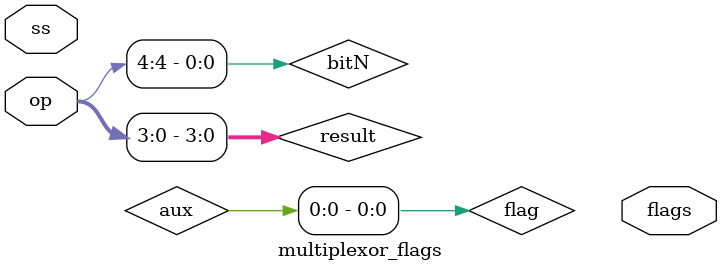
<source format=sv>
module multiplexor_flags #(parameter N=4) (input [N:0] op, input [N:0] ss, output [3:0] flags); 

	logic [3:0] aux;
	logic [N-1:0] result;	
	logic bitN;	
	
	always @(ss) begin
	
		// V,C,N,Z
		aux = 4'b0001;
		result = op[N-1:0];
		bitN = op[N];

		case(ss)
		//SUMA
			0: 
				// Zero?
				if ((result == 0) & (bitN == 0))
					aux[0] = 1'b1; // 0,0,0,1
//           
//				// Carry?
//				if (bitN == 1)
//					aux[1] = 1'b1; // 0,0,1,0
            
			
		//RESTA	
			1:
				// Zero?
				if ((result == 0) & (bitN == 0)) begin
					aux = {1'b1, 1'b0, 1'b0, 1'b0}; // 1,0,0,0
            end
//				
//				// Neg?
//				if ((result == 0) & (bitN == 0)) begin
//					aux = {1'b1, 1'b1, 1'b0, 1'b0}; // 0,0,1,0
//            end
//				
//				// Carry?
//				else if (bitN == 1) begin
//					aux = {1'b0, 1'b0, 1'b0, 1'b0}; // 0,0,1,0
//            end
//				
				
			1: aux = op; // negative
//			3: aux = op; // overflow
			
			default: aux=0;
	
		endcase
	end
	
	assign flag = aux;

endmodule
</source>
